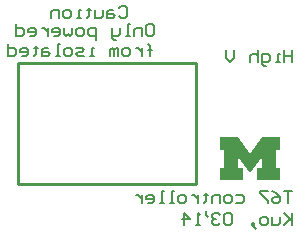
<source format=gbo>
%FSLAX24Y24*%
%MOIN*%
G70*
G01*
G75*
G04 Layer_Color=32896*
%ADD10R,0.1024X0.0433*%
%ADD11R,0.0591X0.1181*%
%ADD12R,0.2461X0.2677*%
%ADD13R,0.0276X0.0354*%
%ADD14R,0.0244X0.0480*%
%ADD15R,0.0354X0.0315*%
%ADD16R,0.0512X0.0217*%
%ADD17R,0.0354X0.0276*%
%ADD18R,0.0299X0.0500*%
%ADD19C,0.0200*%
%ADD20C,0.0300*%
%ADD21R,0.0866X0.0866*%
%ADD22C,0.0591*%
%ADD23C,0.0400*%
%ADD24C,0.0100*%
%ADD25C,0.0098*%
%ADD26C,0.0079*%
%ADD27C,0.0050*%
%ADD28C,0.0080*%
%ADD29R,0.1084X0.0493*%
%ADD30R,0.0651X0.1241*%
%ADD31R,0.2521X0.2737*%
%ADD32R,0.0336X0.0414*%
%ADD33R,0.0304X0.0540*%
%ADD34R,0.0414X0.0375*%
%ADD35R,0.0572X0.0277*%
%ADD36R,0.0414X0.0336*%
%ADD37R,0.0359X0.0560*%
%ADD38R,0.0926X0.0926*%
%ADD39C,0.0651*%
%ADD40C,0.0460*%
G36*
X19210Y13418D02*
X19060D01*
Y12800D01*
X19210D01*
Y12390D01*
X18442D01*
Y12800D01*
X18598D01*
Y13171D01*
X18218Y12637D01*
X18192D01*
X17805Y13171D01*
Y12800D01*
X17961D01*
Y12390D01*
X17194D01*
Y12800D01*
X17350D01*
Y13418D01*
X17194D01*
Y13827D01*
X17802D01*
X18192Y13288D01*
X18211D01*
X18602Y13827D01*
X19210D01*
Y13418D01*
D02*
G37*
D24*
X10487Y16312D02*
X14700D01*
X10487Y12257D02*
Y16312D01*
Y12257D02*
X16393D01*
Y16312D01*
X14700D02*
X16393D01*
D28*
X13833Y18133D02*
X13900Y18200D01*
X14033D01*
X14100Y18133D01*
Y17867D01*
X14033Y17800D01*
X13900D01*
X13833Y17867D01*
X13633Y18067D02*
X13500D01*
X13434Y18000D01*
Y17800D01*
X13633D01*
X13700Y17867D01*
X13633Y17933D01*
X13434D01*
X13300Y18067D02*
Y17867D01*
X13234Y17800D01*
X13034D01*
Y18067D01*
X12834Y18133D02*
Y18067D01*
X12900D01*
X12767D01*
X12834D01*
Y17867D01*
X12767Y17800D01*
X12567D02*
X12434D01*
X12501D01*
Y18067D01*
X12567D01*
X12167Y17800D02*
X12034D01*
X11967Y17867D01*
Y18000D01*
X12034Y18067D01*
X12167D01*
X12234Y18000D01*
Y17867D01*
X12167Y17800D01*
X11834D02*
Y18067D01*
X11634D01*
X11567Y18000D01*
Y17800D01*
X14800Y17600D02*
X14933D01*
X15000Y17533D01*
Y17267D01*
X14933Y17200D01*
X14800D01*
X14733Y17267D01*
Y17533D01*
X14800Y17600D01*
X14600Y17200D02*
Y17467D01*
X14400D01*
X14334Y17400D01*
Y17200D01*
X14200D02*
X14067D01*
X14134D01*
Y17600D01*
X14200D01*
X13867Y17467D02*
Y17267D01*
X13800Y17200D01*
X13600D01*
Y17133D01*
X13667Y17067D01*
X13734D01*
X13600Y17200D02*
Y17467D01*
X13067Y17067D02*
Y17467D01*
X12867D01*
X12801Y17400D01*
Y17267D01*
X12867Y17200D01*
X13067D01*
X12601D02*
X12467D01*
X12401Y17267D01*
Y17400D01*
X12467Y17467D01*
X12601D01*
X12667Y17400D01*
Y17267D01*
X12601Y17200D01*
X12268Y17467D02*
Y17267D01*
X12201Y17200D01*
X12134Y17267D01*
X12068Y17200D01*
X12001Y17267D01*
Y17467D01*
X11668Y17200D02*
X11801D01*
X11868Y17267D01*
Y17400D01*
X11801Y17467D01*
X11668D01*
X11601Y17400D01*
Y17333D01*
X11868D01*
X11468Y17467D02*
Y17200D01*
Y17333D01*
X11401Y17400D01*
X11335Y17467D01*
X11268D01*
X10868Y17200D02*
X11001D01*
X11068Y17267D01*
Y17400D01*
X11001Y17467D01*
X10868D01*
X10801Y17400D01*
Y17333D01*
X11068D01*
X10401Y17600D02*
Y17200D01*
X10601D01*
X10668Y17267D01*
Y17400D01*
X10601Y17467D01*
X10401D01*
X14883Y16550D02*
Y16883D01*
Y16750D01*
X14950D01*
X14817D01*
X14883D01*
Y16883D01*
X14817Y16950D01*
X14617Y16817D02*
Y16550D01*
Y16683D01*
X14550Y16750D01*
X14483Y16817D01*
X14417D01*
X14150Y16550D02*
X14017D01*
X13950Y16617D01*
Y16750D01*
X14017Y16817D01*
X14150D01*
X14217Y16750D01*
Y16617D01*
X14150Y16550D01*
X13817D02*
Y16817D01*
X13750D01*
X13684Y16750D01*
Y16550D01*
Y16750D01*
X13617Y16817D01*
X13550Y16750D01*
Y16550D01*
X13017D02*
X12884D01*
X12951D01*
Y16817D01*
X13017D01*
X12684Y16550D02*
X12484D01*
X12417Y16617D01*
X12484Y16683D01*
X12617D01*
X12684Y16750D01*
X12617Y16817D01*
X12417D01*
X12218Y16550D02*
X12084D01*
X12018Y16617D01*
Y16750D01*
X12084Y16817D01*
X12218D01*
X12284Y16750D01*
Y16617D01*
X12218Y16550D01*
X11884D02*
X11751D01*
X11818D01*
Y16950D01*
X11884D01*
X11484Y16817D02*
X11351D01*
X11285Y16750D01*
Y16550D01*
X11484D01*
X11551Y16617D01*
X11484Y16683D01*
X11285D01*
X11085Y16883D02*
Y16817D01*
X11151D01*
X11018D01*
X11085D01*
Y16617D01*
X11018Y16550D01*
X10618D02*
X10751D01*
X10818Y16617D01*
Y16750D01*
X10751Y16817D01*
X10618D01*
X10551Y16750D01*
Y16683D01*
X10818D01*
X10152Y16950D02*
Y16550D01*
X10351D01*
X10418Y16617D01*
Y16750D01*
X10351Y16817D01*
X10152D01*
X19600Y12050D02*
X19333D01*
X19467D01*
Y11650D01*
X18934Y12050D02*
X19067Y11983D01*
X19200Y11850D01*
Y11717D01*
X19133Y11650D01*
X19000D01*
X18934Y11717D01*
Y11783D01*
X19000Y11850D01*
X19200D01*
X18800Y12050D02*
X18534D01*
Y11983D01*
X18800Y11717D01*
Y11650D01*
X17734Y11917D02*
X17934D01*
X18001Y11850D01*
Y11717D01*
X17934Y11650D01*
X17734D01*
X17534D02*
X17401D01*
X17334Y11717D01*
Y11850D01*
X17401Y11917D01*
X17534D01*
X17601Y11850D01*
Y11717D01*
X17534Y11650D01*
X17201D02*
Y11917D01*
X17001D01*
X16934Y11850D01*
Y11650D01*
X16734Y11983D02*
Y11917D01*
X16801D01*
X16668D01*
X16734D01*
Y11717D01*
X16668Y11650D01*
X16468Y11917D02*
Y11650D01*
Y11783D01*
X16401Y11850D01*
X16334Y11917D01*
X16268D01*
X16001Y11650D02*
X15868D01*
X15801Y11717D01*
Y11850D01*
X15868Y11917D01*
X16001D01*
X16068Y11850D01*
Y11717D01*
X16001Y11650D01*
X15668D02*
X15535D01*
X15601D01*
Y12050D01*
X15668D01*
X15335Y11650D02*
X15201D01*
X15268D01*
Y12050D01*
X15335D01*
X14802Y11650D02*
X14935D01*
X15001Y11717D01*
Y11850D01*
X14935Y11917D01*
X14802D01*
X14735Y11850D01*
Y11783D01*
X15001D01*
X14602Y11917D02*
Y11650D01*
Y11783D01*
X14535Y11850D01*
X14468Y11917D01*
X14402D01*
X19600Y11300D02*
Y10900D01*
Y11033D01*
X19333Y11300D01*
X19533Y11100D01*
X19333Y10900D01*
X19200Y11167D02*
Y10967D01*
X19133Y10900D01*
X18934D01*
Y11167D01*
X18734Y10900D02*
X18600D01*
X18534Y10967D01*
Y11100D01*
X18600Y11167D01*
X18734D01*
X18800Y11100D01*
Y10967D01*
X18734Y10900D01*
X18334Y10833D02*
X18267Y10900D01*
Y10967D01*
X18334D01*
Y10900D01*
X18267D01*
X18334Y10833D01*
X18400Y10767D01*
X17601Y11233D02*
X17534Y11300D01*
X17401D01*
X17334Y11233D01*
Y10967D01*
X17401Y10900D01*
X17534D01*
X17601Y10967D01*
Y11233D01*
X17201D02*
X17134Y11300D01*
X17001D01*
X16934Y11233D01*
Y11167D01*
X17001Y11100D01*
X17067D01*
X17001D01*
X16934Y11033D01*
Y10967D01*
X17001Y10900D01*
X17134D01*
X17201Y10967D01*
X16734Y11367D02*
Y11233D01*
X16801Y11167D01*
X16534Y10900D02*
X16401D01*
X16468D01*
Y11300D01*
X16534Y11233D01*
X16001Y10900D02*
Y11300D01*
X16201Y11100D01*
X15935D01*
X19600Y16750D02*
Y16350D01*
Y16550D01*
X19333D01*
Y16750D01*
Y16350D01*
X19200D02*
X19067D01*
X19133D01*
Y16617D01*
X19200D01*
X18734Y16217D02*
X18667D01*
X18600Y16283D01*
Y16617D01*
X18800D01*
X18867Y16550D01*
Y16417D01*
X18800Y16350D01*
X18600D01*
X18467Y16750D02*
Y16350D01*
Y16550D01*
X18400Y16617D01*
X18267D01*
X18200Y16550D01*
Y16350D01*
X17667Y16750D02*
Y16483D01*
X17534Y16350D01*
X17401Y16483D01*
Y16750D01*
M02*

</source>
